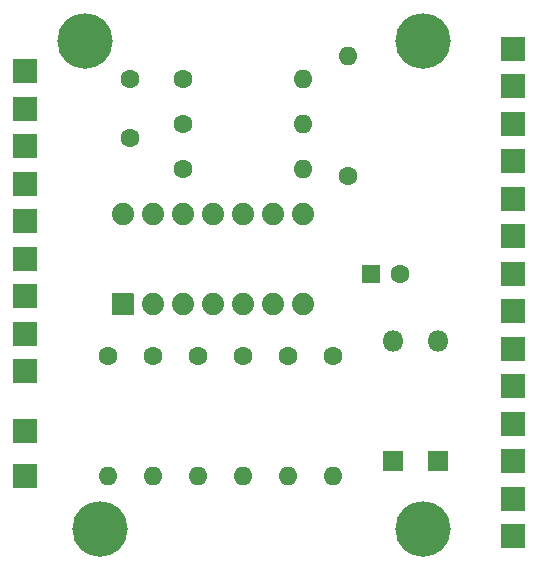
<source format=gbr>
%TF.GenerationSoftware,KiCad,Pcbnew,7.0.8*%
%TF.CreationDate,2023-10-24T07:18:53+02:00*%
%TF.ProjectId,convertisseur-video-atari-2600-secam-kit,636f6e76-6572-4746-9973-736575722d76,rev?*%
%TF.SameCoordinates,Original*%
%TF.FileFunction,Soldermask,Top*%
%TF.FilePolarity,Negative*%
%FSLAX46Y46*%
G04 Gerber Fmt 4.6, Leading zero omitted, Abs format (unit mm)*
G04 Created by KiCad (PCBNEW 7.0.8) date 2023-10-24 07:18:53*
%MOMM*%
%LPD*%
G01*
G04 APERTURE LIST*
G04 Aperture macros list*
%AMRoundRect*
0 Rectangle with rounded corners*
0 $1 Rounding radius*
0 $2 $3 $4 $5 $6 $7 $8 $9 X,Y pos of 4 corners*
0 Add a 4 corners polygon primitive as box body*
4,1,4,$2,$3,$4,$5,$6,$7,$8,$9,$2,$3,0*
0 Add four circle primitives for the rounded corners*
1,1,$1+$1,$2,$3*
1,1,$1+$1,$4,$5*
1,1,$1+$1,$6,$7*
1,1,$1+$1,$8,$9*
0 Add four rect primitives between the rounded corners*
20,1,$1+$1,$2,$3,$4,$5,0*
20,1,$1+$1,$4,$5,$6,$7,0*
20,1,$1+$1,$6,$7,$8,$9,0*
20,1,$1+$1,$8,$9,$2,$3,0*%
G04 Aperture macros list end*
%ADD10R,1.600000X1.600000*%
%ADD11C,1.600000*%
%ADD12C,4.700000*%
%ADD13RoundRect,0.250001X-0.799999X-0.799999X0.799999X-0.799999X0.799999X0.799999X-0.799999X0.799999X0*%
%ADD14O,1.600000X1.600000*%
%ADD15RoundRect,0.102000X0.838200X-0.838200X0.838200X0.838200X-0.838200X0.838200X-0.838200X-0.838200X0*%
%ADD16C,1.880400*%
%ADD17R,1.800000X1.800000*%
%ADD18O,1.800000X1.800000*%
G04 APERTURE END LIST*
D10*
%TO.C,C2*%
X111800000Y-100330000D03*
D11*
X114300000Y-100330000D03*
%TD*%
D12*
%TO.C,H1*%
X87630000Y-80645000D03*
%TD*%
%TO.C,H3*%
X88900000Y-121920000D03*
%TD*%
D13*
%TO.C,P8*%
X82550000Y-105410000D03*
%TD*%
D11*
%TO.C,R9*%
X100965000Y-107315000D03*
D14*
X100965000Y-117475000D03*
%TD*%
D13*
%TO.C,P1*%
X82550000Y-83185000D03*
%TD*%
%TO.C,P15*%
X123825000Y-97155000D03*
%TD*%
%TO.C,P24*%
X82550000Y-113665000D03*
%TD*%
%TO.C,P3*%
X82550000Y-86360000D03*
%TD*%
D11*
%TO.C,R8*%
X97155000Y-107315000D03*
D14*
X97155000Y-117475000D03*
%TD*%
D13*
%TO.C,P17*%
X123825000Y-106680000D03*
%TD*%
D11*
%TO.C,R6*%
X108585000Y-107315000D03*
D14*
X108585000Y-117475000D03*
%TD*%
D11*
%TO.C,R3*%
X95885000Y-91440000D03*
D14*
X106045000Y-91440000D03*
%TD*%
D13*
%TO.C,P13*%
X123825000Y-100330000D03*
%TD*%
D12*
%TO.C,H4*%
X116205000Y-121920000D03*
%TD*%
D13*
%TO.C,P25*%
X82550000Y-108585000D03*
%TD*%
D15*
%TO.C,U1*%
X90805000Y-102870000D03*
D16*
X93345000Y-102870000D03*
X95885000Y-102870000D03*
X98425000Y-102870000D03*
X100965000Y-102870000D03*
X103505000Y-102870000D03*
X106045000Y-102870000D03*
X106045000Y-95250000D03*
X103505000Y-95250000D03*
X100965000Y-95250000D03*
X98425000Y-95250000D03*
X95885000Y-95250000D03*
X93345000Y-95250000D03*
X90805000Y-95250000D03*
%TD*%
D13*
%TO.C,P22*%
X123825000Y-122555000D03*
%TD*%
D11*
%TO.C,R5*%
X104775000Y-107315000D03*
D14*
X104775000Y-117475000D03*
%TD*%
D11*
%TO.C,R1*%
X95885000Y-87630000D03*
D14*
X106045000Y-87630000D03*
%TD*%
D11*
%TO.C,C1*%
X91440000Y-88860000D03*
X91440000Y-83860000D03*
%TD*%
D13*
%TO.C,P5*%
X82550000Y-95885000D03*
%TD*%
%TO.C,P10*%
X123825000Y-81280000D03*
%TD*%
%TO.C,P18*%
X123825000Y-109855000D03*
%TD*%
%TO.C,P14*%
X123825000Y-103505000D03*
%TD*%
%TO.C,P7*%
X82550000Y-92710000D03*
%TD*%
%TO.C,P19*%
X123825000Y-113030000D03*
%TD*%
%TO.C,P16*%
X123825000Y-93980000D03*
%TD*%
%TO.C,P6*%
X82550000Y-102235000D03*
%TD*%
D17*
%TO.C,D2*%
X113665000Y-116205000D03*
D18*
X113665000Y-106045000D03*
%TD*%
D11*
%TO.C,R4*%
X95885000Y-83820000D03*
D14*
X106045000Y-83820000D03*
%TD*%
D13*
%TO.C,P2*%
X82550000Y-89535000D03*
%TD*%
%TO.C,P23*%
X82550000Y-117475000D03*
%TD*%
%TO.C,P4*%
X82550000Y-99060000D03*
%TD*%
D17*
%TO.C,D1*%
X117475000Y-116205000D03*
D18*
X117475000Y-106045000D03*
%TD*%
D11*
%TO.C,R2*%
X109855000Y-92075000D03*
D14*
X109855000Y-81915000D03*
%TD*%
D13*
%TO.C,P11*%
X123825000Y-87630000D03*
%TD*%
%TO.C,P9*%
X123825000Y-90805000D03*
%TD*%
%TO.C,P20*%
X123825000Y-116205000D03*
%TD*%
%TO.C,P21*%
X123825000Y-119380000D03*
%TD*%
D12*
%TO.C,H2*%
X116205000Y-80645000D03*
%TD*%
D13*
%TO.C,P12*%
X123825000Y-84455000D03*
%TD*%
D11*
%TO.C,R10*%
X89535000Y-107315000D03*
D14*
X89535000Y-117475000D03*
%TD*%
D11*
%TO.C,R7*%
X93345000Y-107315000D03*
D14*
X93345000Y-117475000D03*
%TD*%
M02*

</source>
